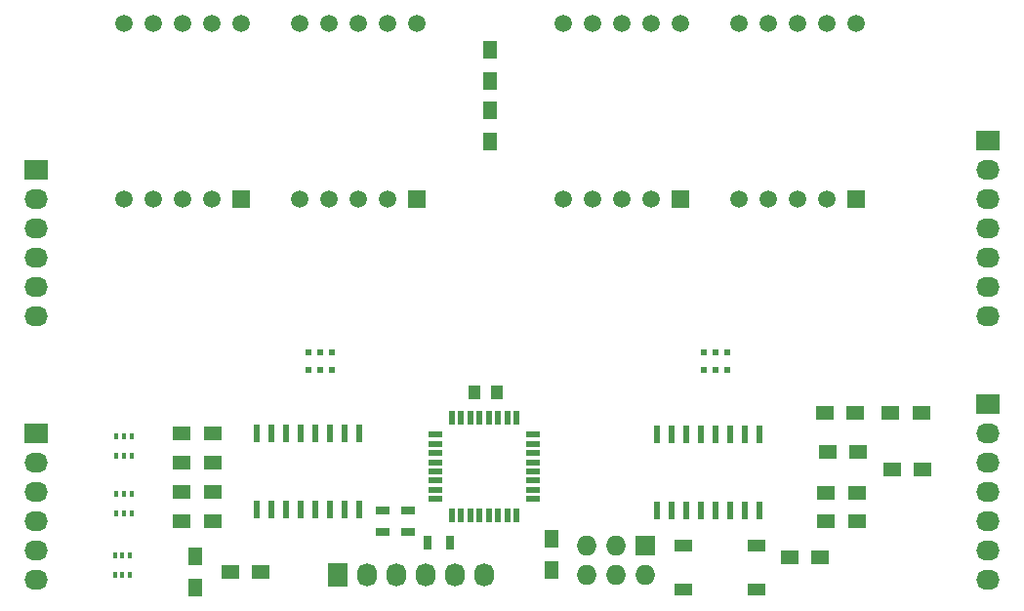
<source format=gts>
G04 #@! TF.FileFunction,Soldermask,Top*
%FSLAX46Y46*%
G04 Gerber Fmt 4.6, Leading zero omitted, Abs format (unit mm)*
G04 Created by KiCad (PCBNEW 0.201508140901+6091~28~ubuntu14.04.1-product) date Tue 08 Dec 2015 09:17:10 PM CET*
%MOMM*%
G01*
G04 APERTURE LIST*
%ADD10C,0.100000*%
%ADD11R,1.500000X1.500000*%
%ADD12C,1.500000*%
%ADD13R,2.032000X1.727200*%
%ADD14O,2.032000X1.727200*%
%ADD15R,0.300000X0.525000*%
%ADD16R,1.300000X1.500000*%
%ADD17R,1.500000X1.300000*%
%ADD18R,0.600000X1.600000*%
%ADD19R,0.600000X1.500000*%
%ADD20R,1.727200X1.727200*%
%ADD21O,1.727200X1.727200*%
%ADD22R,0.600000X1.200000*%
%ADD23R,1.200000X0.600000*%
%ADD24R,1.300000X0.700000*%
%ADD25R,0.700000X1.300000*%
%ADD26R,1.000000X1.250000*%
%ADD27R,1.727200X2.032000*%
%ADD28O,1.727200X2.032000*%
%ADD29C,0.609600*%
%ADD30R,1.600000X1.000000*%
G04 APERTURE END LIST*
D10*
D11*
X190500000Y-63500000D03*
D12*
X187960000Y-63500000D03*
X185420000Y-63500000D03*
X182880000Y-63500000D03*
X180340000Y-63500000D03*
X180340000Y-48260000D03*
X182880000Y-48260000D03*
X185420000Y-48260000D03*
X187960000Y-48260000D03*
X190500000Y-48260000D03*
D11*
X175260000Y-63500000D03*
D12*
X172720000Y-63500000D03*
X170180000Y-63500000D03*
X167640000Y-63500000D03*
X165100000Y-63500000D03*
X165100000Y-48260000D03*
X167640000Y-48260000D03*
X170180000Y-48260000D03*
X172720000Y-48260000D03*
X175260000Y-48260000D03*
D11*
X152400000Y-63500000D03*
D12*
X149860000Y-63500000D03*
X147320000Y-63500000D03*
X144780000Y-63500000D03*
X142240000Y-63500000D03*
X142240000Y-48260000D03*
X144780000Y-48260000D03*
X147320000Y-48260000D03*
X149860000Y-48260000D03*
X152400000Y-48260000D03*
D11*
X137160000Y-63500000D03*
D12*
X134620000Y-63500000D03*
X132080000Y-63500000D03*
X129540000Y-63500000D03*
X127000000Y-63500000D03*
X127000000Y-48260000D03*
X129540000Y-48260000D03*
X132080000Y-48260000D03*
X134620000Y-48260000D03*
X137160000Y-48260000D03*
D13*
X119380000Y-83820000D03*
D14*
X119380000Y-86360000D03*
X119380000Y-88900000D03*
X119380000Y-91440000D03*
X119380000Y-93980000D03*
X119380000Y-96520000D03*
D13*
X201930000Y-81280000D03*
D14*
X201930000Y-83820000D03*
X201930000Y-86360000D03*
X201930000Y-88900000D03*
X201930000Y-91440000D03*
X201930000Y-93980000D03*
X201930000Y-96520000D03*
D15*
X127000000Y-84125500D03*
X127000000Y-85800500D03*
X127650000Y-85800500D03*
X126350000Y-85800500D03*
X126350000Y-84125500D03*
X127650000Y-84125500D03*
X127000000Y-89078500D03*
X127000000Y-90753500D03*
X127650000Y-90753500D03*
X126350000Y-90753500D03*
X126350000Y-89078500D03*
X127650000Y-89078500D03*
X126873000Y-94412500D03*
X126873000Y-96087500D03*
X127523000Y-96087500D03*
X126223000Y-96087500D03*
X126223000Y-94412500D03*
X127523000Y-94412500D03*
D16*
X164084000Y-95711000D03*
X164084000Y-93011000D03*
X158750000Y-58500000D03*
X158750000Y-55800000D03*
X158750000Y-53293000D03*
X158750000Y-50593000D03*
D17*
X132000000Y-83820000D03*
X134700000Y-83820000D03*
X132000000Y-86360000D03*
X134700000Y-86360000D03*
X132000000Y-88900000D03*
X134700000Y-88900000D03*
X132000000Y-91440000D03*
X134700000Y-91440000D03*
X136191000Y-95885000D03*
X138891000Y-95885000D03*
D16*
X133223000Y-97235000D03*
X133223000Y-94535000D03*
D17*
X190707000Y-85471000D03*
X188007000Y-85471000D03*
X196295000Y-86995000D03*
X193595000Y-86995000D03*
X190580000Y-89027000D03*
X187880000Y-89027000D03*
X190580000Y-91440000D03*
X187880000Y-91440000D03*
X187405000Y-94615000D03*
X184705000Y-94615000D03*
X190453000Y-82042000D03*
X187753000Y-82042000D03*
X196168000Y-82042000D03*
X193468000Y-82042000D03*
D18*
X147447000Y-83822000D03*
X146177000Y-83822000D03*
X144907000Y-83822000D03*
X143637000Y-83822000D03*
X142367000Y-83820000D03*
D19*
X141097000Y-83822000D03*
D18*
X139827000Y-83822000D03*
X138557000Y-83822000D03*
X138557000Y-90422000D03*
X139827000Y-90422000D03*
X141097000Y-90422000D03*
X142367000Y-90422000D03*
X143637000Y-90422000D03*
X144907000Y-90422000D03*
X146177000Y-90422000D03*
X147447000Y-90422000D03*
X173228000Y-90549000D03*
X174498000Y-90549000D03*
X175768000Y-90549000D03*
X177038000Y-90549000D03*
X178308000Y-90551000D03*
D19*
X179578000Y-90549000D03*
D18*
X180848000Y-90549000D03*
X182118000Y-90549000D03*
X182118000Y-83949000D03*
X180848000Y-83949000D03*
X179578000Y-83949000D03*
X178308000Y-83949000D03*
X177038000Y-83949000D03*
X175768000Y-83949000D03*
X174498000Y-83949000D03*
X173228000Y-83949000D03*
D20*
X172212000Y-93599000D03*
D21*
X172212000Y-96139000D03*
X169672000Y-93599000D03*
X169672000Y-96139000D03*
X167132000Y-93599000D03*
X167132000Y-96139000D03*
D13*
X119380000Y-60960000D03*
D14*
X119380000Y-63500000D03*
X119380000Y-66040000D03*
X119380000Y-68580000D03*
X119380000Y-71120000D03*
X119380000Y-73660000D03*
D13*
X201930000Y-58420000D03*
D14*
X201930000Y-60960000D03*
X201930000Y-63500000D03*
X201930000Y-66040000D03*
X201930000Y-68580000D03*
X201930000Y-71120000D03*
X201930000Y-73660000D03*
D22*
X161042000Y-82491000D03*
X160242000Y-82491000D03*
X159442000Y-82491000D03*
X158642000Y-82491000D03*
X157842000Y-82491000D03*
X157042000Y-82491000D03*
X156242000Y-82491000D03*
X155442000Y-82491000D03*
D23*
X153992000Y-83941000D03*
X153992000Y-84741000D03*
X153992000Y-85541000D03*
X153992000Y-86341000D03*
X153992000Y-87141000D03*
X153992000Y-87941000D03*
X153992000Y-88741000D03*
X153992000Y-89541000D03*
D22*
X155442000Y-90991000D03*
X156242000Y-90991000D03*
X157042000Y-90991000D03*
X157842000Y-90991000D03*
X158642000Y-90991000D03*
X159442000Y-90991000D03*
X160242000Y-90991000D03*
X161042000Y-90991000D03*
D23*
X162492000Y-89541000D03*
X162492000Y-88741000D03*
X162492000Y-87941000D03*
X162492000Y-87141000D03*
X162492000Y-86341000D03*
X162492000Y-85541000D03*
X162492000Y-84741000D03*
X162492000Y-83941000D03*
D24*
X149479000Y-92390000D03*
X149479000Y-90490000D03*
X151638000Y-92390000D03*
X151638000Y-90490000D03*
D25*
X153355000Y-93345000D03*
X155255000Y-93345000D03*
D26*
X157369000Y-80264000D03*
X159369000Y-80264000D03*
D27*
X145542000Y-96139000D03*
D28*
X148082000Y-96139000D03*
X150622000Y-96139000D03*
X153162000Y-96139000D03*
X155702000Y-96139000D03*
X158242000Y-96139000D03*
D29*
X143002000Y-78359000D03*
X144018000Y-78359000D03*
X145034000Y-78359000D03*
X144018000Y-76835000D03*
X143002000Y-76835000D03*
X145034000Y-76835000D03*
X177292000Y-78359000D03*
X178308000Y-78359000D03*
X179324000Y-78359000D03*
X178308000Y-76835000D03*
X177292000Y-76835000D03*
X179324000Y-76835000D03*
D30*
X175489000Y-93604000D03*
X181889000Y-93604000D03*
X175489000Y-97404000D03*
X181889000Y-97404000D03*
M02*

</source>
